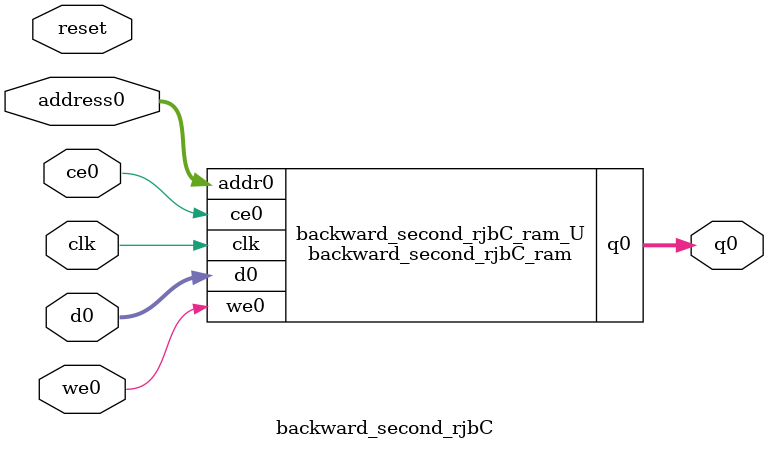
<source format=v>
`timescale 1 ns / 1 ps
module backward_second_rjbC_ram (addr0, ce0, d0, we0, q0,  clk);

parameter DWIDTH = 32;
parameter AWIDTH = 6;
parameter MEM_SIZE = 45;

input[AWIDTH-1:0] addr0;
input ce0;
input[DWIDTH-1:0] d0;
input we0;
output reg[DWIDTH-1:0] q0;
input clk;

(* ram_style = "block" *)reg [DWIDTH-1:0] ram[0:MEM_SIZE-1];




always @(posedge clk)  
begin 
    if (ce0) 
    begin
        if (we0) 
        begin 
            ram[addr0] <= d0; 
        end 
        q0 <= ram[addr0];
    end
end


endmodule

`timescale 1 ns / 1 ps
module backward_second_rjbC(
    reset,
    clk,
    address0,
    ce0,
    we0,
    d0,
    q0);

parameter DataWidth = 32'd32;
parameter AddressRange = 32'd45;
parameter AddressWidth = 32'd6;
input reset;
input clk;
input[AddressWidth - 1:0] address0;
input ce0;
input we0;
input[DataWidth - 1:0] d0;
output[DataWidth - 1:0] q0;



backward_second_rjbC_ram backward_second_rjbC_ram_U(
    .clk( clk ),
    .addr0( address0 ),
    .ce0( ce0 ),
    .we0( we0 ),
    .d0( d0 ),
    .q0( q0 ));

endmodule


</source>
